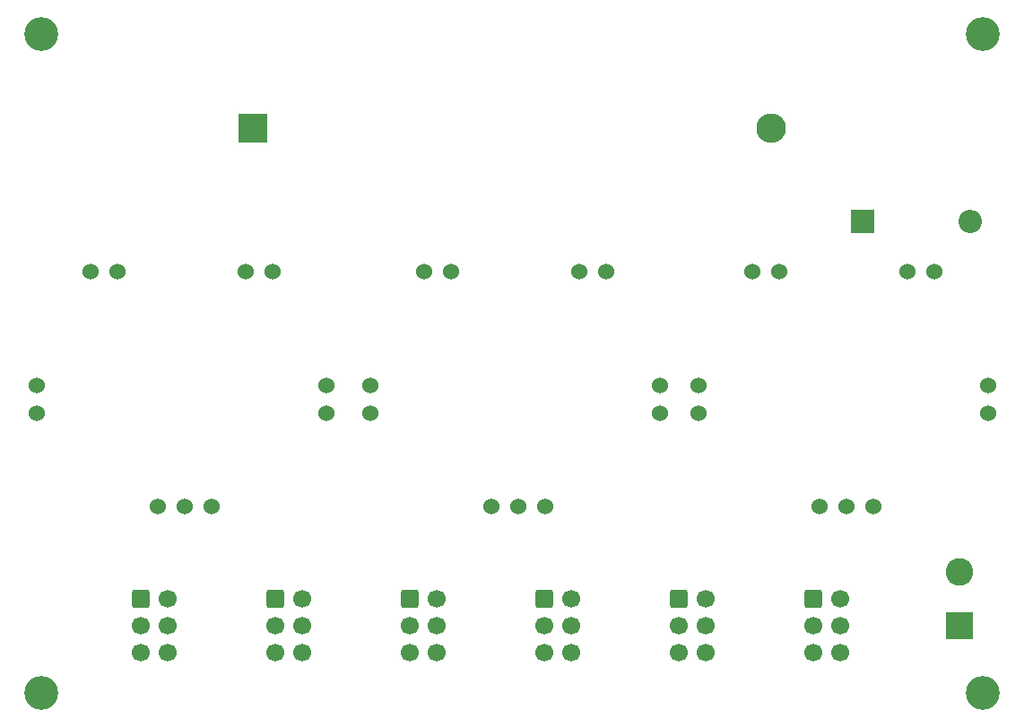
<source format=gts>
G04 #@! TF.GenerationSoftware,KiCad,Pcbnew,(6.0.0)*
G04 #@! TF.CreationDate,2022-08-06T06:41:06-07:00*
G04 #@! TF.ProjectId,ext_amp,6578745f-616d-4702-9e6b-696361645f70,rev?*
G04 #@! TF.SameCoordinates,Original*
G04 #@! TF.FileFunction,Soldermask,Top*
G04 #@! TF.FilePolarity,Negative*
%FSLAX46Y46*%
G04 Gerber Fmt 4.6, Leading zero omitted, Abs format (unit mm)*
G04 Created by KiCad (PCBNEW (6.0.0)) date 2022-08-06 06:41:06*
%MOMM*%
%LPD*%
G01*
G04 APERTURE LIST*
G04 Aperture macros list*
%AMRoundRect*
0 Rectangle with rounded corners*
0 $1 Rounding radius*
0 $2 $3 $4 $5 $6 $7 $8 $9 X,Y pos of 4 corners*
0 Add a 4 corners polygon primitive as box body*
4,1,4,$2,$3,$4,$5,$6,$7,$8,$9,$2,$3,0*
0 Add four circle primitives for the rounded corners*
1,1,$1+$1,$2,$3*
1,1,$1+$1,$4,$5*
1,1,$1+$1,$6,$7*
1,1,$1+$1,$8,$9*
0 Add four rect primitives between the rounded corners*
20,1,$1+$1,$2,$3,$4,$5,0*
20,1,$1+$1,$4,$5,$6,$7,0*
20,1,$1+$1,$6,$7,$8,$9,0*
20,1,$1+$1,$8,$9,$2,$3,0*%
G04 Aperture macros list end*
%ADD10C,1.524000*%
%ADD11RoundRect,0.250000X-0.600000X-0.600000X0.600000X-0.600000X0.600000X0.600000X-0.600000X0.600000X0*%
%ADD12C,1.700000*%
%ADD13C,3.200000*%
%ADD14R,2.200000X2.200000*%
%ADD15O,2.200000X2.200000*%
%ADD16R,2.600000X2.600000*%
%ADD17C,2.600000*%
%ADD18R,2.800000X2.800000*%
%ADD19O,2.800000X2.800000*%
G04 APERTURE END LIST*
D10*
X166757000Y-73281000D03*
X169297000Y-73281000D03*
X152152000Y-73281000D03*
X154692000Y-73281000D03*
X158502000Y-95506000D03*
X161042000Y-95506000D03*
X163582000Y-95506000D03*
X147072000Y-86641000D03*
X147072000Y-84076000D03*
X174377000Y-86641000D03*
X174377000Y-84076000D03*
X135769000Y-73281000D03*
X138309000Y-73281000D03*
X121164000Y-73281000D03*
X123704000Y-73281000D03*
X127514000Y-95506000D03*
X130054000Y-95506000D03*
X132594000Y-95506000D03*
X116084000Y-86641000D03*
X116084000Y-84076000D03*
X143389000Y-86641000D03*
X143389000Y-84076000D03*
X104273000Y-73281000D03*
X106813000Y-73281000D03*
X89668000Y-73281000D03*
X92208000Y-73281000D03*
X96018000Y-95506000D03*
X98558000Y-95506000D03*
X101098000Y-95506000D03*
X84588000Y-86641000D03*
X84588000Y-84076000D03*
X111893000Y-86641000D03*
X111893000Y-84076000D03*
D11*
X94412500Y-104180000D03*
D12*
X96952500Y-104180000D03*
X94412500Y-106720000D03*
X96952500Y-106720000D03*
X94412500Y-109260000D03*
X96952500Y-109260000D03*
D11*
X145212500Y-104180000D03*
D12*
X147752500Y-104180000D03*
X145212500Y-106720000D03*
X147752500Y-106720000D03*
X145212500Y-109260000D03*
X147752500Y-109260000D03*
D13*
X85005000Y-50845000D03*
D11*
X132512500Y-104180000D03*
D12*
X135052500Y-104180000D03*
X132512500Y-106720000D03*
X135052500Y-106720000D03*
X132512500Y-109260000D03*
X135052500Y-109260000D03*
D11*
X157912500Y-104180000D03*
D12*
X160452500Y-104180000D03*
X157912500Y-106720000D03*
X160452500Y-106720000D03*
X157912500Y-109260000D03*
X160452500Y-109260000D03*
D14*
X162560000Y-68580000D03*
D15*
X172720000Y-68580000D03*
D16*
X171665000Y-106730000D03*
D17*
X171665000Y-101650000D03*
D11*
X119812500Y-104180000D03*
D12*
X122352500Y-104180000D03*
X119812500Y-106720000D03*
X122352500Y-106720000D03*
X119812500Y-109260000D03*
X122352500Y-109260000D03*
D13*
X173905000Y-113075000D03*
X173905000Y-50845000D03*
D18*
X104955000Y-59735000D03*
D19*
X153955000Y-59735000D03*
D13*
X85005000Y-113075000D03*
D11*
X107112500Y-104180000D03*
D12*
X109652500Y-104180000D03*
X107112500Y-106720000D03*
X109652500Y-106720000D03*
X107112500Y-109260000D03*
X109652500Y-109260000D03*
M02*

</source>
